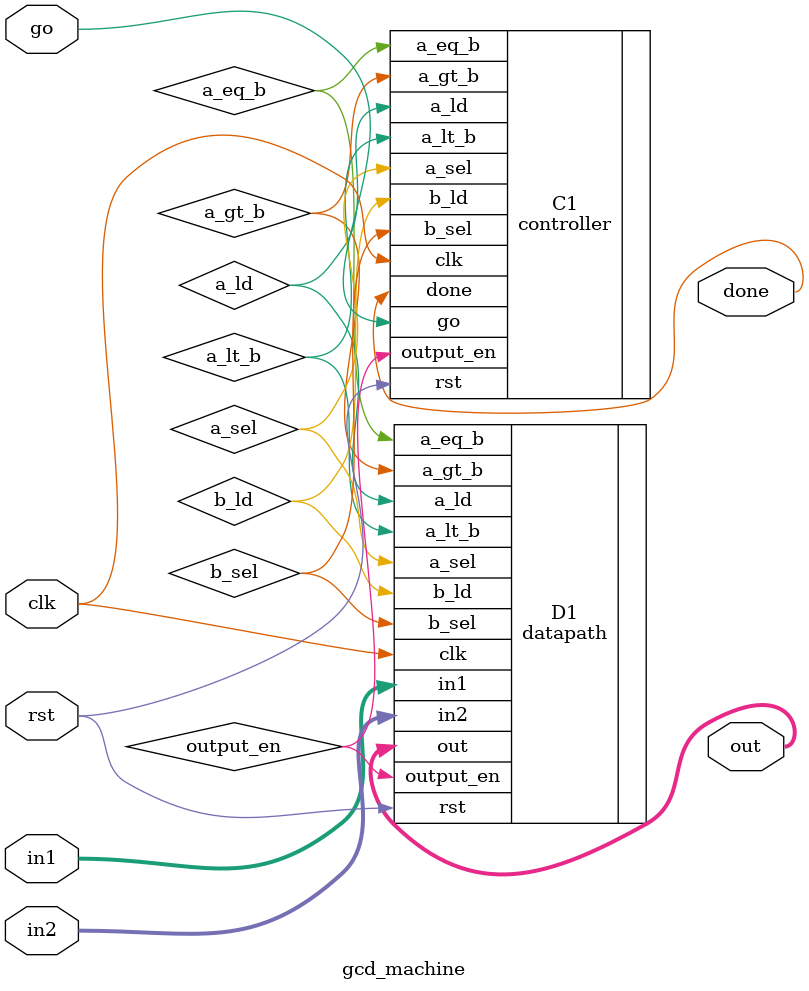
<source format=v>
module gcd_machine (clk, rst, go, in1, in2, out, done);
input clk, rst, go;
input [31:0] in1, in2;
output [31:0] out;
output done;

wire a_gt_b, a_eq_b, a_lt_b;
wire a_ld, b_ld, a_sel, b_sel;
wire output_en;

controller C1 (.clk(clk), .rst(rst), .go(go), .a_gt_b(a_gt_b), .a_eq_b(a_eq_b), .a_lt_b(a_lt_b), .a_ld(a_ld), .a_sel(a_sel), .b_ld(b_ld),  .b_sel(b_sel), .output_en(output_en), .done(done));
datapath D1 (.clk(clk), .rst(rst), .in1(in1), .in2(in2), .a_sel(a_sel), .b_sel(b_sel), .a_ld(a_ld), .b_ld(b_ld), .a_gt_b(a_gt_b), .a_eq_b(a_eq_b), .a_lt_b(a_lt_b), .output_en(output_en), .out(out));
endmodule

</source>
